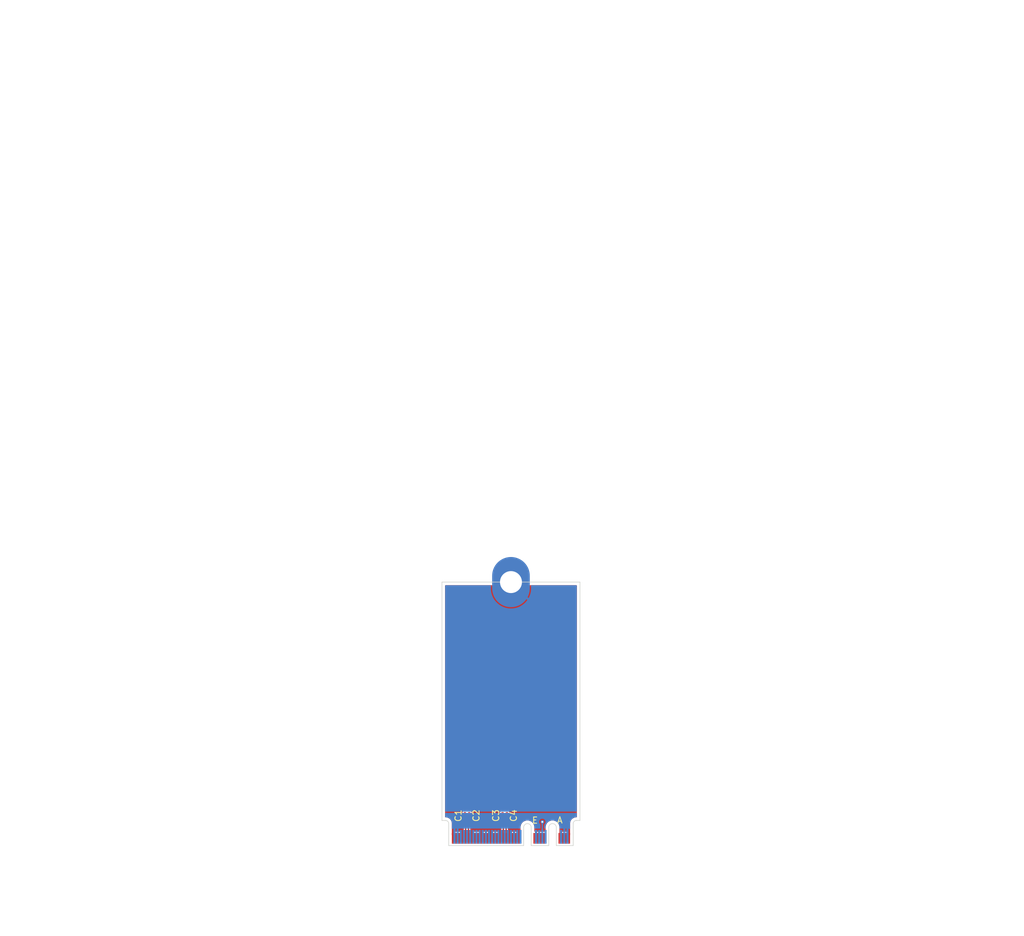
<source format=kicad_pcb>
(kicad_pcb (version 20241229) (generator "pcbnew") (generator_version "9.0")
  (layers (0 "F.Cu" signal) (2 "B.Cu" signal) (13 "F.Paste" user) (15 "B.Paste" user) (5 "F.SilkS" user "F.Silkscreen") (7 "B.SilkS" user "B.Silkscreen") (1 "F.Mask" user) (3 "B.Mask" user) (25 "Edge.Cuts" user))
  (net 0 "")
  (net 1 "/M.2 A+E Key/PET0P")
  (net 2 "/M.2 A+E Key/PET0N")
  (net 3 "GND")
  (net 4 "/M.2 A+E Key/PET1P")
  (net 5 "/M.2 A+E Key/PET1N")
  (net 6 "/PET1-")
  (net 7 "/PET1+")
  (net 8 "/PET0-")
  (net 9 "+3.3V")
  (net 10 "/USB_D+")
  (net 11 "/USB_D-")
  (net 12 "/LED#1")
  (net 13 "/LED#2")
  (net 22 "/PER0-")
  (net 24 "/PER0+")
  (net 30 "/REFCLK0+")
  (net 32 "/REFCLK0-")
  (net 33 "/SUSCLK")
  (net 34 "/PERST0#")
  (net 35 "/CLKREQ0#")
  (net 36 "/W_DISABLE2#")
  (net 37 "/PEWAKE#")
  (net 38 "/W_DISABLE1#")
  (net 39 "/I2C_DATA")
  (net 40 "/PER1+")
  (net 41 "/I2C_CLK")
  (net 42 "/PER1-")
  (net 43 "/ALERT#")
  (net 45 "/PERST1#")
  (net 46 "/CLKREQ1#")
  (net 47 "/PEWAKE1#")
  (net 48 "/REFCLK1+")
  (net 49 "/REFCLK1-")
  (net 50 "/PET0+")
  (footprint "Athena KiCAd library:M.2 Mounting Pad" (layer "F.Cu") (at 109.76 116.65)
    (property "Reference" "H1")
    (property "Value" "MountingHole_Pad")
    (pad "1" thru_hole circle (at 0 0) (size 5.5 5.5) (drill 3.5) (property pad_prop_castellated) (layers "*.Cu" "*.Mask") (net 3 "GND") (padstack (mode front_inner_back) (layer "Inner" (shape circle) (size 5.5 5.5)) (layer "B.Cu" (shape oval) (size 6 8))))
  )
  (footprint "Capacitor_SMD:C_0201_0603Metric" (layer "F.Cu") (at 102.41 153.88 90)
    (property "Reference" "C1" (at 0 -1.05 90) (layer "F.SilkS"))
    (property "Value" "220nF")
    (pad "1" smd roundrect (at -0.32 0 90) (size 0.46 0.4) (layers "F.Cu" "F.Mask") (net 5 "/M.2 A+E Key/PET1N"))
    (pad "2" smd roundrect (at 0.32 0 90) (size 0.46 0.4) (layers "F.Cu" "F.Mask") (net 6 "/PET1-"))
  )
  (footprint "PCIexpress:M.2 A+E Key Connector" (layer "F.Cu") (at 109.76 157.54)
    (property "Reference" "J1")
    (property "Value" "~")
    (fp_line (start -11 -2.89) (end -10.425 -2.89) (stroke (width 0.1)) (layer "Edge.Cuts"))
    (fp_line (start -9.925 -2.39) (end -9.925 1.11) (stroke (width 0.1)) (layer "Edge.Cuts"))
    (fp_line (start 2.025 -1.79) (end 2.025 1.11) (stroke (width 0.1)) (layer "Edge.Cuts"))
    (fp_line (start 2.025 1.11) (end -9.925 1.11) (stroke (width 0.1)) (layer "Edge.Cuts"))
    (fp_line (start 3.225 -1.79) (end 3.225 1.11) (stroke (width 0.1)) (layer "Edge.Cuts"))
    (fp_line (start 3.225 1.11) (end 6.025 1.11) (stroke (width 0.1)) (layer "Edge.Cuts"))
    (fp_line (start 6.025 -1.79) (end 6.025 1.11) (stroke (width 0.1)) (layer "Edge.Cuts"))
    (fp_line (start 7.225 -1.79) (end 7.225 1.11) (stroke (width 0.1)) (layer "Edge.Cuts"))
    (fp_line (start 7.225 1.11) (end 9.925 1.11) (stroke (width 0.1)) (layer "Edge.Cuts"))
    (fp_line (start 9.925 -2.39) (end 9.925 1.11) (stroke (width 0.1)) (layer "Edge.Cuts"))
    (fp_line (start 10.425 -2.89) (end 11 -2.89) (stroke (width 0.1)) (layer "Edge.Cuts"))
    (fp_arc (start -10.425 -2.89) (mid -10.071447 -2.743553) (end -9.925 -2.39) (stroke (width 0.1)) (layer "Edge.Cuts"))
    (fp_arc (start 2.025 -1.79) (mid 2.625 -2.39) (end 3.225 -1.79) (stroke (width 0.1)) (layer "Edge.Cuts"))
    (fp_arc (start 6.025 -1.79) (mid 6.625 -2.39) (end 7.225 -1.79) (stroke (width 0.1)) (layer "Edge.Cuts"))
    (fp_arc (start 9.925 -2.39) (mid 10.071447 -2.743553) (end 10.425 -2.89) (stroke (width 0.1)) (layer "Edge.Cuts"))
    (fp_text user "E" (at 3.28 -2.32 0) (layer "F.SilkS") (effects (justify left bottom)))
    (fp_text user "A" (at 7.265 -2.345 0) (layer "F.SilkS") (effects (justify left bottom)))
    (pad "1" smd rect (at 9.25 -0.04 180) (size 0.35 1.7) (layers "F.Cu") (net 3 "GND"))
    (pad "2" smd rect (at 9 -0.29 180) (size 0.35 2.2) (layers "B.Cu") (net 9 "+3.3V"))
    (pad "3" smd rect (at 8.75 -0.04 180) (size 0.35 1.7) (layers "F.Cu") (net 10 "/USB_D+"))
    (pad "4" smd rect (at 8.5 -0.29 180) (size 0.35 2.2) (layers "B.Cu") (net 9 "+3.3V"))
    (pad "5" smd rect (at 8.25 -0.04 180) (size 0.35 1.7) (layers "F.Cu") (net 11 "/USB_D-"))
    (pad "6" smd rect (at 8 -0.29 180) (size 0.35 2.2) (layers "B.Cu") (net 12 "/LED#1"))
    (pad "7" smd rect (at 7.75 -0.04 180) (size 0.35 1.7) (layers "F.Cu") (net 3 "GND"))
    (pad "16" smd rect (at 5.5 -0.29 180) (size 0.35 2.2) (layers "B.Cu") (net 13 "/LED#2"))
    (pad "17" smd rect (at 5.25 -0.04 180) (size 0.35 1.7) (layers "F.Cu"))
    (pad "18" smd rect (at 5 -0.29 180) (size 0.35 2.2) (layers "B.Cu") (net 3 "GND"))
    (pad "19" smd rect (at 4.75 -0.04 180) (size 0.35 1.7) (layers "F.Cu"))
    (pad "20" smd rect (at 4.5 -0.29 180) (size 0.35 2.2) (layers "B.Cu"))
    (pad "21" smd rect (at 4.25 -0.04 180) (size 0.35 1.7) (layers "F.Cu"))
    (pad "22" smd rect (at 4 -0.29 180) (size 0.35 2.2) (layers "B.Cu"))
    (pad "23" smd rect (at 3.75 -0.04 180) (size 0.35 1.7) (layers "F.Cu"))
    (pad "32" smd rect (at 1.5 -0.29 180) (size 0.35 2.2) (layers "B.Cu"))
    (pad "33" smd rect (at 1.25 -0.04 180) (size 0.35 1.7) (layers "F.Cu") (net 3 "GND"))
    (pad "34" smd rect (at 1 -0.29 180) (size 0.35 2.2) (layers "B.Cu"))
    (pad "35" smd rect (at 0.75 -0.04 180) (size 0.35 1.7) (layers "F.Cu") (net 22 "/PER0-"))
    (pad "36" smd rect (at 0.5 -0.29 180) (size 0.35 2.2) (layers "B.Cu"))
    (pad "37" smd rect (at 0.25 -0.04 180) (size 0.35 1.7) (layers "F.Cu") (net 24 "/PER0+"))
    (pad "38" smd rect (at 0 -0.29 180) (size 0.35 2.2) (layers "B.Cu"))
    (pad "39" smd rect (at -0.25 -0.04 180) (size 0.35 1.7) (layers "F.Cu") (net 3 "GND"))
    (pad "40" smd rect (at -0.5 -0.29 180) (size 0.35 2.2) (layers "B.Cu"))
    (pad "41" smd rect (at -0.75 -0.04 180) (size 0.35 1.7) (layers "F.Cu") (net 1 "/M.2 A+E Key/PET0P"))
    (pad "42" smd rect (at -1 -0.29 180) (size 0.35 2.2) (layers "B.Cu"))
    (pad "43" smd rect (at -1.25 -0.04 180) (size 0.35 1.7) (layers "F.Cu") (net 2 "/M.2 A+E Key/PET0N"))
    (pad "44" smd rect (at -1.5 -0.29 180) (size 0.35 2.2) (layers "B.Cu"))
    (pad "45" smd rect (at -1.75 -0.04 180) (size 0.35 1.7) (layers "F.Cu") (net 3 "GND"))
    (pad "46" smd rect (at -2 -0.29 180) (size 0.35 2.2) (layers "B.Cu"))
    (pad "47" smd rect (at -2.25 -0.04 180) (size 0.35 1.7) (layers "F.Cu") (net 30 "/REFCLK0+"))
    (pad "48" smd rect (at -2.5 -0.29 180) (size 0.35 2.2) (layers "B.Cu"))
    (pad "49" smd rect (at -2.75 -0.04 180) (size 0.35 1.7) (layers "F.Cu") (net 32 "/REFCLK0-"))
    (pad "50" smd rect (at -3 -0.29 180) (size 0.35 2.2) (layers "B.Cu") (net 33 "/SUSCLK"))
    (pad "51" smd rect (at -3.25 -0.04 180) (size 0.35 1.7) (layers "F.Cu") (net 3 "GND"))
    (pad "52" smd rect (at -3.5 -0.29 180) (size 0.35 2.2) (layers "B.Cu") (net 34 "/PERST0#"))
    (pad "53" smd rect (at -3.75 -0.04 180) (size 0.35 1.7) (layers "F.Cu") (net 35 "/CLKREQ0#"))
    (pad "54" smd rect (at -4 -0.29 180) (size 0.35 2.2) (layers "B.Cu") (net 36 "/W_DISABLE2#"))
    (pad "55" smd rect (at -4.25 -0.04 180) (size 0.35 1.7) (layers "F.Cu") (net 37 "/PEWAKE#"))
    (pad "56" smd rect (at -4.5 -0.29 180) (size 0.35 2.2) (layers "B.Cu") (net 38 "/W_DISABLE1#"))
    (pad "57" smd rect (at -4.75 -0.04 180) (size 0.35 1.7) (layers "F.Cu") (net 3 "GND"))
    (pad "58" smd rect (at -5 -0.29 180) (size 0.35 2.2) (layers "B.Cu") (net 39 "/I2C_DATA"))
    (pad "59" smd rect (at -5.25 -0.04 180) (size 0.35 1.7) (layers "F.Cu") (net 40 "/PER1+"))
    (pad "60" smd rect (at -5.5 -0.29 180) (size 0.35 2.2) (layers "B.Cu") (net 41 "/I2C_CLK"))
    (pad "61" smd rect (at -5.75 -0.04 180) (size 0.35 1.7) (layers "F.Cu") (net 42 "/PER1-"))
    (pad "62" smd rect (at -6 -0.29 180) (size 0.35 2.2) (layers "B.Cu") (net 43 "/ALERT#"))
    (pad "63" smd rect (at -6.25 -0.04 180) (size 0.35 1.7) (layers "F.Cu") (net 3 "GND"))
    (pad "64" smd rect (at -6.5 -0.29 180) (size 0.35 2.2) (layers "B.Cu"))
    (pad "65" smd rect (at -6.75 -0.04 180) (size 0.35 1.7) (layers "F.Cu") (net 4 "/M.2 A+E Key/PET1P"))
    (pad "66" smd rect (at -7 -0.29 180) (size 0.35 2.2) (layers "B.Cu") (net 45 "/PERST1#"))
    (pad "67" smd rect (at -7.25 -0.04 180) (size 0.35 1.7) (layers "F.Cu") (net 5 "/M.2 A+E Key/PET1N"))
    (pad "68" smd rect (at -7.5 -0.29 180) (size 0.35 2.2) (layers "B.Cu") (net 46 "/CLKREQ1#"))
    (pad "69" smd rect (at -7.75 -0.04 180) (size 0.35 1.7) (layers "F.Cu") (net 3 "GND"))
    (pad "70" smd rect (at -8 -0.29 180) (size 0.35 2.2) (layers "B.Cu") (net 47 "/PEWAKE1#"))
    (pad "71" smd rect (at -8.25 -0.04 180) (size 0.35 1.7) (layers "F.Cu") (net 48 "/REFCLK1+"))
    (pad "72" smd rect (at -8.5 -0.29 180) (size 0.35 2.2) (layers "B.Cu") (net 9 "+3.3V"))
    (pad "73" smd rect (at -8.75 -0.04 180) (size 0.35 1.7) (layers "F.Cu") (net 49 "/REFCLK1-"))
    (pad "74" smd rect (at -9 -0.29 180) (size 0.35 2.2) (layers "B.Cu") (net 9 "+3.3V"))
    (pad "75" smd rect (at -9.25 -0.04 180) (size 0.35 1.7) (layers "F.Cu") (net 3 "GND"))
  )
  (footprint "Capacitor_SMD:C_0201_0603Metric" (layer "F.Cu") (at 108.41 153.88 90)
    (property "Reference" "C3" (at 0 -1.05 90) (layer "F.SilkS"))
    (property "Value" "220nF")
    (pad "1" smd roundrect (at -0.32 0 90) (size 0.46 0.4) (layers "F.Cu" "F.Mask") (net 2 "/M.2 A+E Key/PET0N"))
    (pad "2" smd roundrect (at 0.32 0 90) (size 0.46 0.4) (layers "F.Cu" "F.Mask") (net 8 "/PET0-"))
  )
  (footprint "Capacitor_SMD:C_0201_0603Metric" (layer "F.Cu") (at 103.11 153.88 90)
    (property "Reference" "C2" (at 0 1.11 90) (layer "F.SilkS"))
    (property "Value" "220nF")
    (pad "1" smd roundrect (at -0.32 0 90) (size 0.46 0.4) (layers "F.Cu" "F.Mask") (net 4 "/M.2 A+E Key/PET1P"))
    (pad "2" smd roundrect (at 0.32 0 90) (size 0.46 0.4) (layers "F.Cu" "F.Mask") (net 7 "/PET1+"))
  )
  (footprint "Capacitor_SMD:C_0201_0603Metric" (layer "F.Cu") (at 109.11 153.88 90)
    (property "Reference" "C4" (at 0 1.07 90) (layer "F.SilkS"))
    (property "Value" "220nF")
    (pad "1" smd roundrect (at -0.32 0 90) (size 0.46 0.4) (layers "F.Cu" "F.Mask") (net 1 "/M.2 A+E Key/PET0P"))
    (pad "2" smd roundrect (at 0.32 0 90) (size 0.46 0.4) (layers "F.Cu" "F.Mask") (net 50 "/PET0+"))
  )
  (gr_line (start 120.76 154.65) (end 120.76 116.65) (stroke (width 0.1)) (layer "Edge.Cuts"))
  (gr_line (start 98.76 116.65) (end 98.76 154.65) (stroke (width 0.1)) (layer "Edge.Cuts"))
  (gr_line (start 120.76 116.65) (end 98.76 116.65) (stroke (width 0.1)) (layer "Edge.Cuts"))
  (segment (start 109.01 157.5) (end 109.01 156.224999) (width 0.2) (layer "F.Cu") (net 1))
  (segment (start 109.11 154.545001) (end 109.11 154.2) (width 0.2) (layer "F.Cu") (net 1))
  (segment (start 109.01 156.224999) (end 108.985 156.199999) (width 0.2) (layer "F.Cu") (net 1))
  (segment (start 108.985 156.199999) (end 108.985 154.670001) (width 0.2) (layer "F.Cu") (net 1))
  (segment (start 108.985 154.670001) (end 109.11 154.545001) (width 0.2) (layer "F.Cu") (net 1))
  (segment (start 108.535 154.670001) (end 108.41 154.545001) (width 0.2) (layer "F.Cu") (net 2))
  (segment (start 108.51 156.224999) (end 108.535 156.199999) (width 0.2) (layer "F.Cu") (net 2))
  (segment (start 108.41 154.545001) (end 108.41 154.2) (width 0.2) (layer "F.Cu") (net 2))
  (segment (start 108.51 157.5) (end 108.51 156.224999) (width 0.2) (layer "F.Cu") (net 2))
  (segment (start 108.535 156.199999) (end 108.535 154.670001) (width 0.2) (layer "F.Cu") (net 2))
  (via (at 114.76 154.88) (size 0.6) (drill 0.3) (layers "F.Cu" "B.Cu") (net 3))
  (segment (start 114.76 154.88) (end 114.76 157.25) (width 0.2) (layer "B.Cu") (net 3))
  (segment (start 103.01 156.224999) (end 102.985 156.199999) (width 0.2) (layer "F.Cu") (net 4))
  (segment (start 103.01 157.5) (end 103.01 156.224999) (width 0.2) (layer "F.Cu") (net 4))
  (segment (start 102.985 156.199999) (end 102.985 154.670001) (width 0.2) (layer "F.Cu") (net 4))
  (segment (start 103.11 154.545001) (end 103.11 154.2) (width 0.2) (layer "F.Cu") (net 4))
  (segment (start 102.985 154.670001) (end 103.11 154.545001) (width 0.2) (layer "F.Cu") (net 4))
  (segment (start 102.535 154.670001) (end 102.41 154.545001) (width 0.2) (layer "F.Cu") (net 5))
  (segment (start 102.41 154.545001) (end 102.41 154.2) (width 0.2) (layer "F.Cu") (net 5))
  (segment (start 102.535 156.199999) (end 102.535 154.670001) (width 0.2) (layer "F.Cu") (net 5))
  (segment (start 102.51 157.5) (end 102.51 156.224999) (width 0.2) (layer "F.Cu") (net 5))
  (segment (start 102.51 156.224999) (end 102.535 156.199999) (width 0.2) (layer "F.Cu") (net 5))
  (zone (net 3) (net_name "GND") (layers "F.Cu" "B.Cu") (connect_pads (clearance 0.2)) (min_thickness 0.15) (fill yes (thermal_gap 0.2) (thermal_bridge_width 0.35))
    (polygon (pts (xy 124.76 156.98) (xy 124.76 48.65) (xy 94.76 48.65) (xy 94.76 156.98)))
  )
  (zone (net 9) (net_name "+3.3V") (layer "B.Cu") (priority 1) (connect_pads (clearance 0.2)) (min_thickness 0.15) (fill yes (thermal_gap 0.2) (thermal_bridge_width 0.35))
    (polygon (pts (xy 120.76 156.97) (xy 120.76 153.45) (xy 98.76 153.45) (xy 98.76 156.97)))
  )
)
</source>
